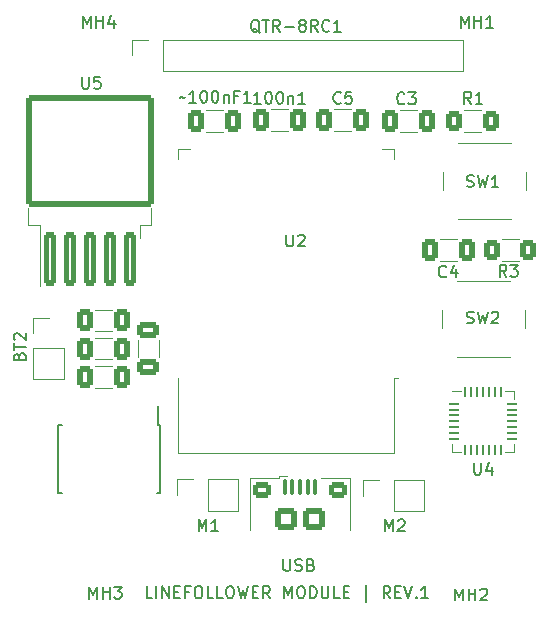
<source format=gto>
G04 #@! TF.GenerationSoftware,KiCad,Pcbnew,7.0.7*
G04 #@! TF.CreationDate,2024-07-30T23:44:58+02:00*
G04 #@! TF.ProjectId,linefollower_pcb,6c696e65-666f-46c6-9c6f-7765725f7063,rev?*
G04 #@! TF.SameCoordinates,Original*
G04 #@! TF.FileFunction,Legend,Top*
G04 #@! TF.FilePolarity,Positive*
%FSLAX46Y46*%
G04 Gerber Fmt 4.6, Leading zero omitted, Abs format (unit mm)*
G04 Created by KiCad (PCBNEW 7.0.7) date 2024-07-30 23:44:58*
%MOMM*%
%LPD*%
G01*
G04 APERTURE LIST*
G04 Aperture macros list*
%AMRoundRect*
0 Rectangle with rounded corners*
0 $1 Rounding radius*
0 $2 $3 $4 $5 $6 $7 $8 $9 X,Y pos of 4 corners*
0 Add a 4 corners polygon primitive as box body*
4,1,4,$2,$3,$4,$5,$6,$7,$8,$9,$2,$3,0*
0 Add four circle primitives for the rounded corners*
1,1,$1+$1,$2,$3*
1,1,$1+$1,$4,$5*
1,1,$1+$1,$6,$7*
1,1,$1+$1,$8,$9*
0 Add four rect primitives between the rounded corners*
20,1,$1+$1,$2,$3,$4,$5,0*
20,1,$1+$1,$4,$5,$6,$7,0*
20,1,$1+$1,$6,$7,$8,$9,0*
20,1,$1+$1,$8,$9,$2,$3,0*%
G04 Aperture macros list end*
%ADD10C,0.200000*%
%ADD11C,0.150000*%
%ADD12C,0.120000*%
%ADD13O,0.900000X1.600000*%
%ADD14RoundRect,0.250000X-0.550000X-0.450000X0.550000X-0.450000X0.550000X0.450000X-0.550000X0.450000X0*%
%ADD15RoundRect,0.250000X-0.700000X-0.700000X0.700000X-0.700000X0.700000X0.700000X-0.700000X0.700000X0*%
%ADD16RoundRect,0.100000X-0.100000X-0.575000X0.100000X-0.575000X0.100000X0.575000X-0.100000X0.575000X0*%
%ADD17R,1.700000X1.700000*%
%ADD18O,1.700000X1.700000*%
%ADD19RoundRect,0.250000X0.412500X0.650000X-0.412500X0.650000X-0.412500X-0.650000X0.412500X-0.650000X0*%
%ADD20C,0.800000*%
%ADD21C,5.400000*%
%ADD22RoundRect,0.250000X-0.650000X0.412500X-0.650000X-0.412500X0.650000X-0.412500X0.650000X0.412500X0*%
%ADD23RoundRect,0.250000X0.400000X0.625000X-0.400000X0.625000X-0.400000X-0.625000X0.400000X-0.625000X0*%
%ADD24R,0.450000X1.750000*%
%ADD25RoundRect,0.062500X-0.337500X-0.062500X0.337500X-0.062500X0.337500X0.062500X-0.337500X0.062500X0*%
%ADD26RoundRect,0.062500X-0.062500X-0.337500X0.062500X-0.337500X0.062500X0.337500X-0.062500X0.337500X0*%
%ADD27R,3.350000X3.350000*%
%ADD28R,1.500000X0.900000*%
%ADD29R,0.900000X1.500000*%
%ADD30C,0.600000*%
%ADD31R,4.200000X4.200000*%
%ADD32C,2.000000*%
%ADD33RoundRect,0.250000X-0.412500X-0.650000X0.412500X-0.650000X0.412500X0.650000X-0.412500X0.650000X0*%
%ADD34RoundRect,0.250000X0.300000X-2.050000X0.300000X2.050000X-0.300000X2.050000X-0.300000X-2.050000X0*%
%ADD35RoundRect,0.250002X5.149998X-4.449998X5.149998X4.449998X-5.149998X4.449998X-5.149998X-4.449998X0*%
G04 APERTURE END LIST*
D10*
X75045863Y-125267219D02*
X74569673Y-125267219D01*
X74569673Y-125267219D02*
X74569673Y-124267219D01*
X75379197Y-125267219D02*
X75379197Y-124267219D01*
X75855387Y-125267219D02*
X75855387Y-124267219D01*
X75855387Y-124267219D02*
X76426815Y-125267219D01*
X76426815Y-125267219D02*
X76426815Y-124267219D01*
X76903006Y-124743409D02*
X77236339Y-124743409D01*
X77379196Y-125267219D02*
X76903006Y-125267219D01*
X76903006Y-125267219D02*
X76903006Y-124267219D01*
X76903006Y-124267219D02*
X77379196Y-124267219D01*
X78141101Y-124743409D02*
X77807768Y-124743409D01*
X77807768Y-125267219D02*
X77807768Y-124267219D01*
X77807768Y-124267219D02*
X78283958Y-124267219D01*
X78855387Y-124267219D02*
X79045863Y-124267219D01*
X79045863Y-124267219D02*
X79141101Y-124314838D01*
X79141101Y-124314838D02*
X79236339Y-124410076D01*
X79236339Y-124410076D02*
X79283958Y-124600552D01*
X79283958Y-124600552D02*
X79283958Y-124933885D01*
X79283958Y-124933885D02*
X79236339Y-125124361D01*
X79236339Y-125124361D02*
X79141101Y-125219600D01*
X79141101Y-125219600D02*
X79045863Y-125267219D01*
X79045863Y-125267219D02*
X78855387Y-125267219D01*
X78855387Y-125267219D02*
X78760149Y-125219600D01*
X78760149Y-125219600D02*
X78664911Y-125124361D01*
X78664911Y-125124361D02*
X78617292Y-124933885D01*
X78617292Y-124933885D02*
X78617292Y-124600552D01*
X78617292Y-124600552D02*
X78664911Y-124410076D01*
X78664911Y-124410076D02*
X78760149Y-124314838D01*
X78760149Y-124314838D02*
X78855387Y-124267219D01*
X80188720Y-125267219D02*
X79712530Y-125267219D01*
X79712530Y-125267219D02*
X79712530Y-124267219D01*
X80998244Y-125267219D02*
X80522054Y-125267219D01*
X80522054Y-125267219D02*
X80522054Y-124267219D01*
X81522054Y-124267219D02*
X81712530Y-124267219D01*
X81712530Y-124267219D02*
X81807768Y-124314838D01*
X81807768Y-124314838D02*
X81903006Y-124410076D01*
X81903006Y-124410076D02*
X81950625Y-124600552D01*
X81950625Y-124600552D02*
X81950625Y-124933885D01*
X81950625Y-124933885D02*
X81903006Y-125124361D01*
X81903006Y-125124361D02*
X81807768Y-125219600D01*
X81807768Y-125219600D02*
X81712530Y-125267219D01*
X81712530Y-125267219D02*
X81522054Y-125267219D01*
X81522054Y-125267219D02*
X81426816Y-125219600D01*
X81426816Y-125219600D02*
X81331578Y-125124361D01*
X81331578Y-125124361D02*
X81283959Y-124933885D01*
X81283959Y-124933885D02*
X81283959Y-124600552D01*
X81283959Y-124600552D02*
X81331578Y-124410076D01*
X81331578Y-124410076D02*
X81426816Y-124314838D01*
X81426816Y-124314838D02*
X81522054Y-124267219D01*
X82283959Y-124267219D02*
X82522054Y-125267219D01*
X82522054Y-125267219D02*
X82712530Y-124552933D01*
X82712530Y-124552933D02*
X82903006Y-125267219D01*
X82903006Y-125267219D02*
X83141102Y-124267219D01*
X83522054Y-124743409D02*
X83855387Y-124743409D01*
X83998244Y-125267219D02*
X83522054Y-125267219D01*
X83522054Y-125267219D02*
X83522054Y-124267219D01*
X83522054Y-124267219D02*
X83998244Y-124267219D01*
X84998244Y-125267219D02*
X84664911Y-124791028D01*
X84426816Y-125267219D02*
X84426816Y-124267219D01*
X84426816Y-124267219D02*
X84807768Y-124267219D01*
X84807768Y-124267219D02*
X84903006Y-124314838D01*
X84903006Y-124314838D02*
X84950625Y-124362457D01*
X84950625Y-124362457D02*
X84998244Y-124457695D01*
X84998244Y-124457695D02*
X84998244Y-124600552D01*
X84998244Y-124600552D02*
X84950625Y-124695790D01*
X84950625Y-124695790D02*
X84903006Y-124743409D01*
X84903006Y-124743409D02*
X84807768Y-124791028D01*
X84807768Y-124791028D02*
X84426816Y-124791028D01*
X86188721Y-125267219D02*
X86188721Y-124267219D01*
X86188721Y-124267219D02*
X86522054Y-124981504D01*
X86522054Y-124981504D02*
X86855387Y-124267219D01*
X86855387Y-124267219D02*
X86855387Y-125267219D01*
X87522054Y-124267219D02*
X87712530Y-124267219D01*
X87712530Y-124267219D02*
X87807768Y-124314838D01*
X87807768Y-124314838D02*
X87903006Y-124410076D01*
X87903006Y-124410076D02*
X87950625Y-124600552D01*
X87950625Y-124600552D02*
X87950625Y-124933885D01*
X87950625Y-124933885D02*
X87903006Y-125124361D01*
X87903006Y-125124361D02*
X87807768Y-125219600D01*
X87807768Y-125219600D02*
X87712530Y-125267219D01*
X87712530Y-125267219D02*
X87522054Y-125267219D01*
X87522054Y-125267219D02*
X87426816Y-125219600D01*
X87426816Y-125219600D02*
X87331578Y-125124361D01*
X87331578Y-125124361D02*
X87283959Y-124933885D01*
X87283959Y-124933885D02*
X87283959Y-124600552D01*
X87283959Y-124600552D02*
X87331578Y-124410076D01*
X87331578Y-124410076D02*
X87426816Y-124314838D01*
X87426816Y-124314838D02*
X87522054Y-124267219D01*
X88379197Y-125267219D02*
X88379197Y-124267219D01*
X88379197Y-124267219D02*
X88617292Y-124267219D01*
X88617292Y-124267219D02*
X88760149Y-124314838D01*
X88760149Y-124314838D02*
X88855387Y-124410076D01*
X88855387Y-124410076D02*
X88903006Y-124505314D01*
X88903006Y-124505314D02*
X88950625Y-124695790D01*
X88950625Y-124695790D02*
X88950625Y-124838647D01*
X88950625Y-124838647D02*
X88903006Y-125029123D01*
X88903006Y-125029123D02*
X88855387Y-125124361D01*
X88855387Y-125124361D02*
X88760149Y-125219600D01*
X88760149Y-125219600D02*
X88617292Y-125267219D01*
X88617292Y-125267219D02*
X88379197Y-125267219D01*
X89379197Y-124267219D02*
X89379197Y-125076742D01*
X89379197Y-125076742D02*
X89426816Y-125171980D01*
X89426816Y-125171980D02*
X89474435Y-125219600D01*
X89474435Y-125219600D02*
X89569673Y-125267219D01*
X89569673Y-125267219D02*
X89760149Y-125267219D01*
X89760149Y-125267219D02*
X89855387Y-125219600D01*
X89855387Y-125219600D02*
X89903006Y-125171980D01*
X89903006Y-125171980D02*
X89950625Y-125076742D01*
X89950625Y-125076742D02*
X89950625Y-124267219D01*
X90903006Y-125267219D02*
X90426816Y-125267219D01*
X90426816Y-125267219D02*
X90426816Y-124267219D01*
X91236340Y-124743409D02*
X91569673Y-124743409D01*
X91712530Y-125267219D02*
X91236340Y-125267219D01*
X91236340Y-125267219D02*
X91236340Y-124267219D01*
X91236340Y-124267219D02*
X91712530Y-124267219D01*
X93141102Y-125600552D02*
X93141102Y-124171980D01*
X95188721Y-125267219D02*
X94855388Y-124791028D01*
X94617293Y-125267219D02*
X94617293Y-124267219D01*
X94617293Y-124267219D02*
X94998245Y-124267219D01*
X94998245Y-124267219D02*
X95093483Y-124314838D01*
X95093483Y-124314838D02*
X95141102Y-124362457D01*
X95141102Y-124362457D02*
X95188721Y-124457695D01*
X95188721Y-124457695D02*
X95188721Y-124600552D01*
X95188721Y-124600552D02*
X95141102Y-124695790D01*
X95141102Y-124695790D02*
X95093483Y-124743409D01*
X95093483Y-124743409D02*
X94998245Y-124791028D01*
X94998245Y-124791028D02*
X94617293Y-124791028D01*
X95617293Y-124743409D02*
X95950626Y-124743409D01*
X96093483Y-125267219D02*
X95617293Y-125267219D01*
X95617293Y-125267219D02*
X95617293Y-124267219D01*
X95617293Y-124267219D02*
X96093483Y-124267219D01*
X96379198Y-124267219D02*
X96712531Y-125267219D01*
X96712531Y-125267219D02*
X97045864Y-124267219D01*
X97379198Y-125171980D02*
X97426817Y-125219600D01*
X97426817Y-125219600D02*
X97379198Y-125267219D01*
X97379198Y-125267219D02*
X97331579Y-125219600D01*
X97331579Y-125219600D02*
X97379198Y-125171980D01*
X97379198Y-125171980D02*
X97379198Y-125267219D01*
X98379197Y-125267219D02*
X97807769Y-125267219D01*
X98093483Y-125267219D02*
X98093483Y-124267219D01*
X98093483Y-124267219D02*
X97998245Y-124410076D01*
X97998245Y-124410076D02*
X97903007Y-124505314D01*
X97903007Y-124505314D02*
X97807769Y-124552933D01*
D11*
X86138095Y-121954819D02*
X86138095Y-122764342D01*
X86138095Y-122764342D02*
X86185714Y-122859580D01*
X86185714Y-122859580D02*
X86233333Y-122907200D01*
X86233333Y-122907200D02*
X86328571Y-122954819D01*
X86328571Y-122954819D02*
X86519047Y-122954819D01*
X86519047Y-122954819D02*
X86614285Y-122907200D01*
X86614285Y-122907200D02*
X86661904Y-122859580D01*
X86661904Y-122859580D02*
X86709523Y-122764342D01*
X86709523Y-122764342D02*
X86709523Y-121954819D01*
X87138095Y-122907200D02*
X87280952Y-122954819D01*
X87280952Y-122954819D02*
X87519047Y-122954819D01*
X87519047Y-122954819D02*
X87614285Y-122907200D01*
X87614285Y-122907200D02*
X87661904Y-122859580D01*
X87661904Y-122859580D02*
X87709523Y-122764342D01*
X87709523Y-122764342D02*
X87709523Y-122669104D01*
X87709523Y-122669104D02*
X87661904Y-122573866D01*
X87661904Y-122573866D02*
X87614285Y-122526247D01*
X87614285Y-122526247D02*
X87519047Y-122478628D01*
X87519047Y-122478628D02*
X87328571Y-122431009D01*
X87328571Y-122431009D02*
X87233333Y-122383390D01*
X87233333Y-122383390D02*
X87185714Y-122335771D01*
X87185714Y-122335771D02*
X87138095Y-122240533D01*
X87138095Y-122240533D02*
X87138095Y-122145295D01*
X87138095Y-122145295D02*
X87185714Y-122050057D01*
X87185714Y-122050057D02*
X87233333Y-122002438D01*
X87233333Y-122002438D02*
X87328571Y-121954819D01*
X87328571Y-121954819D02*
X87566666Y-121954819D01*
X87566666Y-121954819D02*
X87709523Y-122002438D01*
X88471428Y-122431009D02*
X88614285Y-122478628D01*
X88614285Y-122478628D02*
X88661904Y-122526247D01*
X88661904Y-122526247D02*
X88709523Y-122621485D01*
X88709523Y-122621485D02*
X88709523Y-122764342D01*
X88709523Y-122764342D02*
X88661904Y-122859580D01*
X88661904Y-122859580D02*
X88614285Y-122907200D01*
X88614285Y-122907200D02*
X88519047Y-122954819D01*
X88519047Y-122954819D02*
X88138095Y-122954819D01*
X88138095Y-122954819D02*
X88138095Y-121954819D01*
X88138095Y-121954819D02*
X88471428Y-121954819D01*
X88471428Y-121954819D02*
X88566666Y-122002438D01*
X88566666Y-122002438D02*
X88614285Y-122050057D01*
X88614285Y-122050057D02*
X88661904Y-122145295D01*
X88661904Y-122145295D02*
X88661904Y-122240533D01*
X88661904Y-122240533D02*
X88614285Y-122335771D01*
X88614285Y-122335771D02*
X88566666Y-122383390D01*
X88566666Y-122383390D02*
X88471428Y-122431009D01*
X88471428Y-122431009D02*
X88138095Y-122431009D01*
X94740476Y-119604819D02*
X94740476Y-118604819D01*
X94740476Y-118604819D02*
X95073809Y-119319104D01*
X95073809Y-119319104D02*
X95407142Y-118604819D01*
X95407142Y-118604819D02*
X95407142Y-119604819D01*
X95835714Y-118700057D02*
X95883333Y-118652438D01*
X95883333Y-118652438D02*
X95978571Y-118604819D01*
X95978571Y-118604819D02*
X96216666Y-118604819D01*
X96216666Y-118604819D02*
X96311904Y-118652438D01*
X96311904Y-118652438D02*
X96359523Y-118700057D01*
X96359523Y-118700057D02*
X96407142Y-118795295D01*
X96407142Y-118795295D02*
X96407142Y-118890533D01*
X96407142Y-118890533D02*
X96359523Y-119033390D01*
X96359523Y-119033390D02*
X95788095Y-119604819D01*
X95788095Y-119604819D02*
X96407142Y-119604819D01*
X78950476Y-119579819D02*
X78950476Y-118579819D01*
X78950476Y-118579819D02*
X79283809Y-119294104D01*
X79283809Y-119294104D02*
X79617142Y-118579819D01*
X79617142Y-118579819D02*
X79617142Y-119579819D01*
X80617142Y-119579819D02*
X80045714Y-119579819D01*
X80331428Y-119579819D02*
X80331428Y-118579819D01*
X80331428Y-118579819D02*
X80236190Y-118722676D01*
X80236190Y-118722676D02*
X80140952Y-118817914D01*
X80140952Y-118817914D02*
X80045714Y-118865533D01*
X84128571Y-77400057D02*
X84033333Y-77352438D01*
X84033333Y-77352438D02*
X83938095Y-77257200D01*
X83938095Y-77257200D02*
X83795238Y-77114342D01*
X83795238Y-77114342D02*
X83700000Y-77066723D01*
X83700000Y-77066723D02*
X83604762Y-77066723D01*
X83652381Y-77304819D02*
X83557143Y-77257200D01*
X83557143Y-77257200D02*
X83461905Y-77161961D01*
X83461905Y-77161961D02*
X83414286Y-76971485D01*
X83414286Y-76971485D02*
X83414286Y-76638152D01*
X83414286Y-76638152D02*
X83461905Y-76447676D01*
X83461905Y-76447676D02*
X83557143Y-76352438D01*
X83557143Y-76352438D02*
X83652381Y-76304819D01*
X83652381Y-76304819D02*
X83842857Y-76304819D01*
X83842857Y-76304819D02*
X83938095Y-76352438D01*
X83938095Y-76352438D02*
X84033333Y-76447676D01*
X84033333Y-76447676D02*
X84080952Y-76638152D01*
X84080952Y-76638152D02*
X84080952Y-76971485D01*
X84080952Y-76971485D02*
X84033333Y-77161961D01*
X84033333Y-77161961D02*
X83938095Y-77257200D01*
X83938095Y-77257200D02*
X83842857Y-77304819D01*
X83842857Y-77304819D02*
X83652381Y-77304819D01*
X84366667Y-76304819D02*
X84938095Y-76304819D01*
X84652381Y-77304819D02*
X84652381Y-76304819D01*
X85842857Y-77304819D02*
X85509524Y-76828628D01*
X85271429Y-77304819D02*
X85271429Y-76304819D01*
X85271429Y-76304819D02*
X85652381Y-76304819D01*
X85652381Y-76304819D02*
X85747619Y-76352438D01*
X85747619Y-76352438D02*
X85795238Y-76400057D01*
X85795238Y-76400057D02*
X85842857Y-76495295D01*
X85842857Y-76495295D02*
X85842857Y-76638152D01*
X85842857Y-76638152D02*
X85795238Y-76733390D01*
X85795238Y-76733390D02*
X85747619Y-76781009D01*
X85747619Y-76781009D02*
X85652381Y-76828628D01*
X85652381Y-76828628D02*
X85271429Y-76828628D01*
X86271429Y-76923866D02*
X87033334Y-76923866D01*
X87652381Y-76733390D02*
X87557143Y-76685771D01*
X87557143Y-76685771D02*
X87509524Y-76638152D01*
X87509524Y-76638152D02*
X87461905Y-76542914D01*
X87461905Y-76542914D02*
X87461905Y-76495295D01*
X87461905Y-76495295D02*
X87509524Y-76400057D01*
X87509524Y-76400057D02*
X87557143Y-76352438D01*
X87557143Y-76352438D02*
X87652381Y-76304819D01*
X87652381Y-76304819D02*
X87842857Y-76304819D01*
X87842857Y-76304819D02*
X87938095Y-76352438D01*
X87938095Y-76352438D02*
X87985714Y-76400057D01*
X87985714Y-76400057D02*
X88033333Y-76495295D01*
X88033333Y-76495295D02*
X88033333Y-76542914D01*
X88033333Y-76542914D02*
X87985714Y-76638152D01*
X87985714Y-76638152D02*
X87938095Y-76685771D01*
X87938095Y-76685771D02*
X87842857Y-76733390D01*
X87842857Y-76733390D02*
X87652381Y-76733390D01*
X87652381Y-76733390D02*
X87557143Y-76781009D01*
X87557143Y-76781009D02*
X87509524Y-76828628D01*
X87509524Y-76828628D02*
X87461905Y-76923866D01*
X87461905Y-76923866D02*
X87461905Y-77114342D01*
X87461905Y-77114342D02*
X87509524Y-77209580D01*
X87509524Y-77209580D02*
X87557143Y-77257200D01*
X87557143Y-77257200D02*
X87652381Y-77304819D01*
X87652381Y-77304819D02*
X87842857Y-77304819D01*
X87842857Y-77304819D02*
X87938095Y-77257200D01*
X87938095Y-77257200D02*
X87985714Y-77209580D01*
X87985714Y-77209580D02*
X88033333Y-77114342D01*
X88033333Y-77114342D02*
X88033333Y-76923866D01*
X88033333Y-76923866D02*
X87985714Y-76828628D01*
X87985714Y-76828628D02*
X87938095Y-76781009D01*
X87938095Y-76781009D02*
X87842857Y-76733390D01*
X89033333Y-77304819D02*
X88700000Y-76828628D01*
X88461905Y-77304819D02*
X88461905Y-76304819D01*
X88461905Y-76304819D02*
X88842857Y-76304819D01*
X88842857Y-76304819D02*
X88938095Y-76352438D01*
X88938095Y-76352438D02*
X88985714Y-76400057D01*
X88985714Y-76400057D02*
X89033333Y-76495295D01*
X89033333Y-76495295D02*
X89033333Y-76638152D01*
X89033333Y-76638152D02*
X88985714Y-76733390D01*
X88985714Y-76733390D02*
X88938095Y-76781009D01*
X88938095Y-76781009D02*
X88842857Y-76828628D01*
X88842857Y-76828628D02*
X88461905Y-76828628D01*
X90033333Y-77209580D02*
X89985714Y-77257200D01*
X89985714Y-77257200D02*
X89842857Y-77304819D01*
X89842857Y-77304819D02*
X89747619Y-77304819D01*
X89747619Y-77304819D02*
X89604762Y-77257200D01*
X89604762Y-77257200D02*
X89509524Y-77161961D01*
X89509524Y-77161961D02*
X89461905Y-77066723D01*
X89461905Y-77066723D02*
X89414286Y-76876247D01*
X89414286Y-76876247D02*
X89414286Y-76733390D01*
X89414286Y-76733390D02*
X89461905Y-76542914D01*
X89461905Y-76542914D02*
X89509524Y-76447676D01*
X89509524Y-76447676D02*
X89604762Y-76352438D01*
X89604762Y-76352438D02*
X89747619Y-76304819D01*
X89747619Y-76304819D02*
X89842857Y-76304819D01*
X89842857Y-76304819D02*
X89985714Y-76352438D01*
X89985714Y-76352438D02*
X90033333Y-76400057D01*
X90985714Y-77304819D02*
X90414286Y-77304819D01*
X90700000Y-77304819D02*
X90700000Y-76304819D01*
X90700000Y-76304819D02*
X90604762Y-76447676D01*
X90604762Y-76447676D02*
X90509524Y-76542914D01*
X90509524Y-76542914D02*
X90414286Y-76590533D01*
X69166667Y-76954819D02*
X69166667Y-75954819D01*
X69166667Y-75954819D02*
X69500000Y-76669104D01*
X69500000Y-76669104D02*
X69833333Y-75954819D01*
X69833333Y-75954819D02*
X69833333Y-76954819D01*
X70309524Y-76954819D02*
X70309524Y-75954819D01*
X70309524Y-76431009D02*
X70880952Y-76431009D01*
X70880952Y-76954819D02*
X70880952Y-75954819D01*
X71785714Y-76288152D02*
X71785714Y-76954819D01*
X71547619Y-75907200D02*
X71309524Y-76621485D01*
X71309524Y-76621485D02*
X71928571Y-76621485D01*
X102033333Y-83404819D02*
X101700000Y-82928628D01*
X101461905Y-83404819D02*
X101461905Y-82404819D01*
X101461905Y-82404819D02*
X101842857Y-82404819D01*
X101842857Y-82404819D02*
X101938095Y-82452438D01*
X101938095Y-82452438D02*
X101985714Y-82500057D01*
X101985714Y-82500057D02*
X102033333Y-82595295D01*
X102033333Y-82595295D02*
X102033333Y-82738152D01*
X102033333Y-82738152D02*
X101985714Y-82833390D01*
X101985714Y-82833390D02*
X101938095Y-82881009D01*
X101938095Y-82881009D02*
X101842857Y-82928628D01*
X101842857Y-82928628D02*
X101461905Y-82928628D01*
X102985714Y-83404819D02*
X102414286Y-83404819D01*
X102700000Y-83404819D02*
X102700000Y-82404819D01*
X102700000Y-82404819D02*
X102604762Y-82547676D01*
X102604762Y-82547676D02*
X102509524Y-82642914D01*
X102509524Y-82642914D02*
X102414286Y-82690533D01*
X102288095Y-113804819D02*
X102288095Y-114614342D01*
X102288095Y-114614342D02*
X102335714Y-114709580D01*
X102335714Y-114709580D02*
X102383333Y-114757200D01*
X102383333Y-114757200D02*
X102478571Y-114804819D01*
X102478571Y-114804819D02*
X102669047Y-114804819D01*
X102669047Y-114804819D02*
X102764285Y-114757200D01*
X102764285Y-114757200D02*
X102811904Y-114709580D01*
X102811904Y-114709580D02*
X102859523Y-114614342D01*
X102859523Y-114614342D02*
X102859523Y-113804819D01*
X103764285Y-114138152D02*
X103764285Y-114804819D01*
X103526190Y-113757200D02*
X103288095Y-114471485D01*
X103288095Y-114471485D02*
X103907142Y-114471485D01*
X86388095Y-94484819D02*
X86388095Y-95294342D01*
X86388095Y-95294342D02*
X86435714Y-95389580D01*
X86435714Y-95389580D02*
X86483333Y-95437200D01*
X86483333Y-95437200D02*
X86578571Y-95484819D01*
X86578571Y-95484819D02*
X86769047Y-95484819D01*
X86769047Y-95484819D02*
X86864285Y-95437200D01*
X86864285Y-95437200D02*
X86911904Y-95389580D01*
X86911904Y-95389580D02*
X86959523Y-95294342D01*
X86959523Y-95294342D02*
X86959523Y-94484819D01*
X87388095Y-94580057D02*
X87435714Y-94532438D01*
X87435714Y-94532438D02*
X87530952Y-94484819D01*
X87530952Y-94484819D02*
X87769047Y-94484819D01*
X87769047Y-94484819D02*
X87864285Y-94532438D01*
X87864285Y-94532438D02*
X87911904Y-94580057D01*
X87911904Y-94580057D02*
X87959523Y-94675295D01*
X87959523Y-94675295D02*
X87959523Y-94770533D01*
X87959523Y-94770533D02*
X87911904Y-94913390D01*
X87911904Y-94913390D02*
X87340476Y-95484819D01*
X87340476Y-95484819D02*
X87959523Y-95484819D01*
X101666667Y-101957200D02*
X101809524Y-102004819D01*
X101809524Y-102004819D02*
X102047619Y-102004819D01*
X102047619Y-102004819D02*
X102142857Y-101957200D01*
X102142857Y-101957200D02*
X102190476Y-101909580D01*
X102190476Y-101909580D02*
X102238095Y-101814342D01*
X102238095Y-101814342D02*
X102238095Y-101719104D01*
X102238095Y-101719104D02*
X102190476Y-101623866D01*
X102190476Y-101623866D02*
X102142857Y-101576247D01*
X102142857Y-101576247D02*
X102047619Y-101528628D01*
X102047619Y-101528628D02*
X101857143Y-101481009D01*
X101857143Y-101481009D02*
X101761905Y-101433390D01*
X101761905Y-101433390D02*
X101714286Y-101385771D01*
X101714286Y-101385771D02*
X101666667Y-101290533D01*
X101666667Y-101290533D02*
X101666667Y-101195295D01*
X101666667Y-101195295D02*
X101714286Y-101100057D01*
X101714286Y-101100057D02*
X101761905Y-101052438D01*
X101761905Y-101052438D02*
X101857143Y-101004819D01*
X101857143Y-101004819D02*
X102095238Y-101004819D01*
X102095238Y-101004819D02*
X102238095Y-101052438D01*
X102571429Y-101004819D02*
X102809524Y-102004819D01*
X102809524Y-102004819D02*
X103000000Y-101290533D01*
X103000000Y-101290533D02*
X103190476Y-102004819D01*
X103190476Y-102004819D02*
X103428572Y-101004819D01*
X103761905Y-101100057D02*
X103809524Y-101052438D01*
X103809524Y-101052438D02*
X103904762Y-101004819D01*
X103904762Y-101004819D02*
X104142857Y-101004819D01*
X104142857Y-101004819D02*
X104238095Y-101052438D01*
X104238095Y-101052438D02*
X104285714Y-101100057D01*
X104285714Y-101100057D02*
X104333333Y-101195295D01*
X104333333Y-101195295D02*
X104333333Y-101290533D01*
X104333333Y-101290533D02*
X104285714Y-101433390D01*
X104285714Y-101433390D02*
X103714286Y-102004819D01*
X103714286Y-102004819D02*
X104333333Y-102004819D01*
X77352381Y-82923866D02*
X77400000Y-82876247D01*
X77400000Y-82876247D02*
X77495238Y-82828628D01*
X77495238Y-82828628D02*
X77685714Y-82923866D01*
X77685714Y-82923866D02*
X77780952Y-82876247D01*
X77780952Y-82876247D02*
X77828571Y-82828628D01*
X78733333Y-83304819D02*
X78161905Y-83304819D01*
X78447619Y-83304819D02*
X78447619Y-82304819D01*
X78447619Y-82304819D02*
X78352381Y-82447676D01*
X78352381Y-82447676D02*
X78257143Y-82542914D01*
X78257143Y-82542914D02*
X78161905Y-82590533D01*
X79352381Y-82304819D02*
X79447619Y-82304819D01*
X79447619Y-82304819D02*
X79542857Y-82352438D01*
X79542857Y-82352438D02*
X79590476Y-82400057D01*
X79590476Y-82400057D02*
X79638095Y-82495295D01*
X79638095Y-82495295D02*
X79685714Y-82685771D01*
X79685714Y-82685771D02*
X79685714Y-82923866D01*
X79685714Y-82923866D02*
X79638095Y-83114342D01*
X79638095Y-83114342D02*
X79590476Y-83209580D01*
X79590476Y-83209580D02*
X79542857Y-83257200D01*
X79542857Y-83257200D02*
X79447619Y-83304819D01*
X79447619Y-83304819D02*
X79352381Y-83304819D01*
X79352381Y-83304819D02*
X79257143Y-83257200D01*
X79257143Y-83257200D02*
X79209524Y-83209580D01*
X79209524Y-83209580D02*
X79161905Y-83114342D01*
X79161905Y-83114342D02*
X79114286Y-82923866D01*
X79114286Y-82923866D02*
X79114286Y-82685771D01*
X79114286Y-82685771D02*
X79161905Y-82495295D01*
X79161905Y-82495295D02*
X79209524Y-82400057D01*
X79209524Y-82400057D02*
X79257143Y-82352438D01*
X79257143Y-82352438D02*
X79352381Y-82304819D01*
X80304762Y-82304819D02*
X80400000Y-82304819D01*
X80400000Y-82304819D02*
X80495238Y-82352438D01*
X80495238Y-82352438D02*
X80542857Y-82400057D01*
X80542857Y-82400057D02*
X80590476Y-82495295D01*
X80590476Y-82495295D02*
X80638095Y-82685771D01*
X80638095Y-82685771D02*
X80638095Y-82923866D01*
X80638095Y-82923866D02*
X80590476Y-83114342D01*
X80590476Y-83114342D02*
X80542857Y-83209580D01*
X80542857Y-83209580D02*
X80495238Y-83257200D01*
X80495238Y-83257200D02*
X80400000Y-83304819D01*
X80400000Y-83304819D02*
X80304762Y-83304819D01*
X80304762Y-83304819D02*
X80209524Y-83257200D01*
X80209524Y-83257200D02*
X80161905Y-83209580D01*
X80161905Y-83209580D02*
X80114286Y-83114342D01*
X80114286Y-83114342D02*
X80066667Y-82923866D01*
X80066667Y-82923866D02*
X80066667Y-82685771D01*
X80066667Y-82685771D02*
X80114286Y-82495295D01*
X80114286Y-82495295D02*
X80161905Y-82400057D01*
X80161905Y-82400057D02*
X80209524Y-82352438D01*
X80209524Y-82352438D02*
X80304762Y-82304819D01*
X81066667Y-82638152D02*
X81066667Y-83304819D01*
X81066667Y-82733390D02*
X81114286Y-82685771D01*
X81114286Y-82685771D02*
X81209524Y-82638152D01*
X81209524Y-82638152D02*
X81352381Y-82638152D01*
X81352381Y-82638152D02*
X81447619Y-82685771D01*
X81447619Y-82685771D02*
X81495238Y-82781009D01*
X81495238Y-82781009D02*
X81495238Y-83304819D01*
X82304762Y-82781009D02*
X81971429Y-82781009D01*
X81971429Y-83304819D02*
X81971429Y-82304819D01*
X81971429Y-82304819D02*
X82447619Y-82304819D01*
X83352381Y-83304819D02*
X82780953Y-83304819D01*
X83066667Y-83304819D02*
X83066667Y-82304819D01*
X83066667Y-82304819D02*
X82971429Y-82447676D01*
X82971429Y-82447676D02*
X82876191Y-82542914D01*
X82876191Y-82542914D02*
X82780953Y-82590533D01*
X90995833Y-83309580D02*
X90948214Y-83357200D01*
X90948214Y-83357200D02*
X90805357Y-83404819D01*
X90805357Y-83404819D02*
X90710119Y-83404819D01*
X90710119Y-83404819D02*
X90567262Y-83357200D01*
X90567262Y-83357200D02*
X90472024Y-83261961D01*
X90472024Y-83261961D02*
X90424405Y-83166723D01*
X90424405Y-83166723D02*
X90376786Y-82976247D01*
X90376786Y-82976247D02*
X90376786Y-82833390D01*
X90376786Y-82833390D02*
X90424405Y-82642914D01*
X90424405Y-82642914D02*
X90472024Y-82547676D01*
X90472024Y-82547676D02*
X90567262Y-82452438D01*
X90567262Y-82452438D02*
X90710119Y-82404819D01*
X90710119Y-82404819D02*
X90805357Y-82404819D01*
X90805357Y-82404819D02*
X90948214Y-82452438D01*
X90948214Y-82452438D02*
X90995833Y-82500057D01*
X91900595Y-82404819D02*
X91424405Y-82404819D01*
X91424405Y-82404819D02*
X91376786Y-82881009D01*
X91376786Y-82881009D02*
X91424405Y-82833390D01*
X91424405Y-82833390D02*
X91519643Y-82785771D01*
X91519643Y-82785771D02*
X91757738Y-82785771D01*
X91757738Y-82785771D02*
X91852976Y-82833390D01*
X91852976Y-82833390D02*
X91900595Y-82881009D01*
X91900595Y-82881009D02*
X91948214Y-82976247D01*
X91948214Y-82976247D02*
X91948214Y-83214342D01*
X91948214Y-83214342D02*
X91900595Y-83309580D01*
X91900595Y-83309580D02*
X91852976Y-83357200D01*
X91852976Y-83357200D02*
X91757738Y-83404819D01*
X91757738Y-83404819D02*
X91519643Y-83404819D01*
X91519643Y-83404819D02*
X91424405Y-83357200D01*
X91424405Y-83357200D02*
X91376786Y-83309580D01*
X69088095Y-81129819D02*
X69088095Y-81939342D01*
X69088095Y-81939342D02*
X69135714Y-82034580D01*
X69135714Y-82034580D02*
X69183333Y-82082200D01*
X69183333Y-82082200D02*
X69278571Y-82129819D01*
X69278571Y-82129819D02*
X69469047Y-82129819D01*
X69469047Y-82129819D02*
X69564285Y-82082200D01*
X69564285Y-82082200D02*
X69611904Y-82034580D01*
X69611904Y-82034580D02*
X69659523Y-81939342D01*
X69659523Y-81939342D02*
X69659523Y-81129819D01*
X70611904Y-81129819D02*
X70135714Y-81129819D01*
X70135714Y-81129819D02*
X70088095Y-81606009D01*
X70088095Y-81606009D02*
X70135714Y-81558390D01*
X70135714Y-81558390D02*
X70230952Y-81510771D01*
X70230952Y-81510771D02*
X70469047Y-81510771D01*
X70469047Y-81510771D02*
X70564285Y-81558390D01*
X70564285Y-81558390D02*
X70611904Y-81606009D01*
X70611904Y-81606009D02*
X70659523Y-81701247D01*
X70659523Y-81701247D02*
X70659523Y-81939342D01*
X70659523Y-81939342D02*
X70611904Y-82034580D01*
X70611904Y-82034580D02*
X70564285Y-82082200D01*
X70564285Y-82082200D02*
X70469047Y-82129819D01*
X70469047Y-82129819D02*
X70230952Y-82129819D01*
X70230952Y-82129819D02*
X70135714Y-82082200D01*
X70135714Y-82082200D02*
X70088095Y-82034580D01*
X101166667Y-76954819D02*
X101166667Y-75954819D01*
X101166667Y-75954819D02*
X101500000Y-76669104D01*
X101500000Y-76669104D02*
X101833333Y-75954819D01*
X101833333Y-75954819D02*
X101833333Y-76954819D01*
X102309524Y-76954819D02*
X102309524Y-75954819D01*
X102309524Y-76431009D02*
X102880952Y-76431009D01*
X102880952Y-76954819D02*
X102880952Y-75954819D01*
X103880952Y-76954819D02*
X103309524Y-76954819D01*
X103595238Y-76954819D02*
X103595238Y-75954819D01*
X103595238Y-75954819D02*
X103500000Y-76097676D01*
X103500000Y-76097676D02*
X103404762Y-76192914D01*
X103404762Y-76192914D02*
X103309524Y-76240533D01*
X100666667Y-125454819D02*
X100666667Y-124454819D01*
X100666667Y-124454819D02*
X101000000Y-125169104D01*
X101000000Y-125169104D02*
X101333333Y-124454819D01*
X101333333Y-124454819D02*
X101333333Y-125454819D01*
X101809524Y-125454819D02*
X101809524Y-124454819D01*
X101809524Y-124931009D02*
X102380952Y-124931009D01*
X102380952Y-125454819D02*
X102380952Y-124454819D01*
X102809524Y-124550057D02*
X102857143Y-124502438D01*
X102857143Y-124502438D02*
X102952381Y-124454819D01*
X102952381Y-124454819D02*
X103190476Y-124454819D01*
X103190476Y-124454819D02*
X103285714Y-124502438D01*
X103285714Y-124502438D02*
X103333333Y-124550057D01*
X103333333Y-124550057D02*
X103380952Y-124645295D01*
X103380952Y-124645295D02*
X103380952Y-124740533D01*
X103380952Y-124740533D02*
X103333333Y-124883390D01*
X103333333Y-124883390D02*
X102761905Y-125454819D01*
X102761905Y-125454819D02*
X103380952Y-125454819D01*
X84217261Y-83404819D02*
X83645833Y-83404819D01*
X83931547Y-83404819D02*
X83931547Y-82404819D01*
X83931547Y-82404819D02*
X83836309Y-82547676D01*
X83836309Y-82547676D02*
X83741071Y-82642914D01*
X83741071Y-82642914D02*
X83645833Y-82690533D01*
X84836309Y-82404819D02*
X84931547Y-82404819D01*
X84931547Y-82404819D02*
X85026785Y-82452438D01*
X85026785Y-82452438D02*
X85074404Y-82500057D01*
X85074404Y-82500057D02*
X85122023Y-82595295D01*
X85122023Y-82595295D02*
X85169642Y-82785771D01*
X85169642Y-82785771D02*
X85169642Y-83023866D01*
X85169642Y-83023866D02*
X85122023Y-83214342D01*
X85122023Y-83214342D02*
X85074404Y-83309580D01*
X85074404Y-83309580D02*
X85026785Y-83357200D01*
X85026785Y-83357200D02*
X84931547Y-83404819D01*
X84931547Y-83404819D02*
X84836309Y-83404819D01*
X84836309Y-83404819D02*
X84741071Y-83357200D01*
X84741071Y-83357200D02*
X84693452Y-83309580D01*
X84693452Y-83309580D02*
X84645833Y-83214342D01*
X84645833Y-83214342D02*
X84598214Y-83023866D01*
X84598214Y-83023866D02*
X84598214Y-82785771D01*
X84598214Y-82785771D02*
X84645833Y-82595295D01*
X84645833Y-82595295D02*
X84693452Y-82500057D01*
X84693452Y-82500057D02*
X84741071Y-82452438D01*
X84741071Y-82452438D02*
X84836309Y-82404819D01*
X85788690Y-82404819D02*
X85883928Y-82404819D01*
X85883928Y-82404819D02*
X85979166Y-82452438D01*
X85979166Y-82452438D02*
X86026785Y-82500057D01*
X86026785Y-82500057D02*
X86074404Y-82595295D01*
X86074404Y-82595295D02*
X86122023Y-82785771D01*
X86122023Y-82785771D02*
X86122023Y-83023866D01*
X86122023Y-83023866D02*
X86074404Y-83214342D01*
X86074404Y-83214342D02*
X86026785Y-83309580D01*
X86026785Y-83309580D02*
X85979166Y-83357200D01*
X85979166Y-83357200D02*
X85883928Y-83404819D01*
X85883928Y-83404819D02*
X85788690Y-83404819D01*
X85788690Y-83404819D02*
X85693452Y-83357200D01*
X85693452Y-83357200D02*
X85645833Y-83309580D01*
X85645833Y-83309580D02*
X85598214Y-83214342D01*
X85598214Y-83214342D02*
X85550595Y-83023866D01*
X85550595Y-83023866D02*
X85550595Y-82785771D01*
X85550595Y-82785771D02*
X85598214Y-82595295D01*
X85598214Y-82595295D02*
X85645833Y-82500057D01*
X85645833Y-82500057D02*
X85693452Y-82452438D01*
X85693452Y-82452438D02*
X85788690Y-82404819D01*
X86550595Y-82738152D02*
X86550595Y-83404819D01*
X86550595Y-82833390D02*
X86598214Y-82785771D01*
X86598214Y-82785771D02*
X86693452Y-82738152D01*
X86693452Y-82738152D02*
X86836309Y-82738152D01*
X86836309Y-82738152D02*
X86931547Y-82785771D01*
X86931547Y-82785771D02*
X86979166Y-82881009D01*
X86979166Y-82881009D02*
X86979166Y-83404819D01*
X87979166Y-83404819D02*
X87407738Y-83404819D01*
X87693452Y-83404819D02*
X87693452Y-82404819D01*
X87693452Y-82404819D02*
X87598214Y-82547676D01*
X87598214Y-82547676D02*
X87502976Y-82642914D01*
X87502976Y-82642914D02*
X87407738Y-82690533D01*
X101666667Y-90407200D02*
X101809524Y-90454819D01*
X101809524Y-90454819D02*
X102047619Y-90454819D01*
X102047619Y-90454819D02*
X102142857Y-90407200D01*
X102142857Y-90407200D02*
X102190476Y-90359580D01*
X102190476Y-90359580D02*
X102238095Y-90264342D01*
X102238095Y-90264342D02*
X102238095Y-90169104D01*
X102238095Y-90169104D02*
X102190476Y-90073866D01*
X102190476Y-90073866D02*
X102142857Y-90026247D01*
X102142857Y-90026247D02*
X102047619Y-89978628D01*
X102047619Y-89978628D02*
X101857143Y-89931009D01*
X101857143Y-89931009D02*
X101761905Y-89883390D01*
X101761905Y-89883390D02*
X101714286Y-89835771D01*
X101714286Y-89835771D02*
X101666667Y-89740533D01*
X101666667Y-89740533D02*
X101666667Y-89645295D01*
X101666667Y-89645295D02*
X101714286Y-89550057D01*
X101714286Y-89550057D02*
X101761905Y-89502438D01*
X101761905Y-89502438D02*
X101857143Y-89454819D01*
X101857143Y-89454819D02*
X102095238Y-89454819D01*
X102095238Y-89454819D02*
X102238095Y-89502438D01*
X102571429Y-89454819D02*
X102809524Y-90454819D01*
X102809524Y-90454819D02*
X103000000Y-89740533D01*
X103000000Y-89740533D02*
X103190476Y-90454819D01*
X103190476Y-90454819D02*
X103428572Y-89454819D01*
X104333333Y-90454819D02*
X103761905Y-90454819D01*
X104047619Y-90454819D02*
X104047619Y-89454819D01*
X104047619Y-89454819D02*
X103952381Y-89597676D01*
X103952381Y-89597676D02*
X103857143Y-89692914D01*
X103857143Y-89692914D02*
X103761905Y-89740533D01*
X69716667Y-125304819D02*
X69716667Y-124304819D01*
X69716667Y-124304819D02*
X70050000Y-125019104D01*
X70050000Y-125019104D02*
X70383333Y-124304819D01*
X70383333Y-124304819D02*
X70383333Y-125304819D01*
X70859524Y-125304819D02*
X70859524Y-124304819D01*
X70859524Y-124781009D02*
X71430952Y-124781009D01*
X71430952Y-125304819D02*
X71430952Y-124304819D01*
X71811905Y-124304819D02*
X72430952Y-124304819D01*
X72430952Y-124304819D02*
X72097619Y-124685771D01*
X72097619Y-124685771D02*
X72240476Y-124685771D01*
X72240476Y-124685771D02*
X72335714Y-124733390D01*
X72335714Y-124733390D02*
X72383333Y-124781009D01*
X72383333Y-124781009D02*
X72430952Y-124876247D01*
X72430952Y-124876247D02*
X72430952Y-125114342D01*
X72430952Y-125114342D02*
X72383333Y-125209580D01*
X72383333Y-125209580D02*
X72335714Y-125257200D01*
X72335714Y-125257200D02*
X72240476Y-125304819D01*
X72240476Y-125304819D02*
X71954762Y-125304819D01*
X71954762Y-125304819D02*
X71859524Y-125257200D01*
X71859524Y-125257200D02*
X71811905Y-125209580D01*
X63781009Y-104785714D02*
X63828628Y-104642857D01*
X63828628Y-104642857D02*
X63876247Y-104595238D01*
X63876247Y-104595238D02*
X63971485Y-104547619D01*
X63971485Y-104547619D02*
X64114342Y-104547619D01*
X64114342Y-104547619D02*
X64209580Y-104595238D01*
X64209580Y-104595238D02*
X64257200Y-104642857D01*
X64257200Y-104642857D02*
X64304819Y-104738095D01*
X64304819Y-104738095D02*
X64304819Y-105119047D01*
X64304819Y-105119047D02*
X63304819Y-105119047D01*
X63304819Y-105119047D02*
X63304819Y-104785714D01*
X63304819Y-104785714D02*
X63352438Y-104690476D01*
X63352438Y-104690476D02*
X63400057Y-104642857D01*
X63400057Y-104642857D02*
X63495295Y-104595238D01*
X63495295Y-104595238D02*
X63590533Y-104595238D01*
X63590533Y-104595238D02*
X63685771Y-104642857D01*
X63685771Y-104642857D02*
X63733390Y-104690476D01*
X63733390Y-104690476D02*
X63781009Y-104785714D01*
X63781009Y-104785714D02*
X63781009Y-105119047D01*
X63304819Y-104261904D02*
X63304819Y-103690476D01*
X64304819Y-103976190D02*
X63304819Y-103976190D01*
X63400057Y-103404761D02*
X63352438Y-103357142D01*
X63352438Y-103357142D02*
X63304819Y-103261904D01*
X63304819Y-103261904D02*
X63304819Y-103023809D01*
X63304819Y-103023809D02*
X63352438Y-102928571D01*
X63352438Y-102928571D02*
X63400057Y-102880952D01*
X63400057Y-102880952D02*
X63495295Y-102833333D01*
X63495295Y-102833333D02*
X63590533Y-102833333D01*
X63590533Y-102833333D02*
X63733390Y-102880952D01*
X63733390Y-102880952D02*
X64304819Y-103452380D01*
X64304819Y-103452380D02*
X64304819Y-102833333D01*
X99920833Y-98009580D02*
X99873214Y-98057200D01*
X99873214Y-98057200D02*
X99730357Y-98104819D01*
X99730357Y-98104819D02*
X99635119Y-98104819D01*
X99635119Y-98104819D02*
X99492262Y-98057200D01*
X99492262Y-98057200D02*
X99397024Y-97961961D01*
X99397024Y-97961961D02*
X99349405Y-97866723D01*
X99349405Y-97866723D02*
X99301786Y-97676247D01*
X99301786Y-97676247D02*
X99301786Y-97533390D01*
X99301786Y-97533390D02*
X99349405Y-97342914D01*
X99349405Y-97342914D02*
X99397024Y-97247676D01*
X99397024Y-97247676D02*
X99492262Y-97152438D01*
X99492262Y-97152438D02*
X99635119Y-97104819D01*
X99635119Y-97104819D02*
X99730357Y-97104819D01*
X99730357Y-97104819D02*
X99873214Y-97152438D01*
X99873214Y-97152438D02*
X99920833Y-97200057D01*
X100777976Y-97438152D02*
X100777976Y-98104819D01*
X100539881Y-97057200D02*
X100301786Y-97771485D01*
X100301786Y-97771485D02*
X100920833Y-97771485D01*
X96383333Y-83359580D02*
X96335714Y-83407200D01*
X96335714Y-83407200D02*
X96192857Y-83454819D01*
X96192857Y-83454819D02*
X96097619Y-83454819D01*
X96097619Y-83454819D02*
X95954762Y-83407200D01*
X95954762Y-83407200D02*
X95859524Y-83311961D01*
X95859524Y-83311961D02*
X95811905Y-83216723D01*
X95811905Y-83216723D02*
X95764286Y-83026247D01*
X95764286Y-83026247D02*
X95764286Y-82883390D01*
X95764286Y-82883390D02*
X95811905Y-82692914D01*
X95811905Y-82692914D02*
X95859524Y-82597676D01*
X95859524Y-82597676D02*
X95954762Y-82502438D01*
X95954762Y-82502438D02*
X96097619Y-82454819D01*
X96097619Y-82454819D02*
X96192857Y-82454819D01*
X96192857Y-82454819D02*
X96335714Y-82502438D01*
X96335714Y-82502438D02*
X96383333Y-82550057D01*
X96716667Y-82454819D02*
X97335714Y-82454819D01*
X97335714Y-82454819D02*
X97002381Y-82835771D01*
X97002381Y-82835771D02*
X97145238Y-82835771D01*
X97145238Y-82835771D02*
X97240476Y-82883390D01*
X97240476Y-82883390D02*
X97288095Y-82931009D01*
X97288095Y-82931009D02*
X97335714Y-83026247D01*
X97335714Y-83026247D02*
X97335714Y-83264342D01*
X97335714Y-83264342D02*
X97288095Y-83359580D01*
X97288095Y-83359580D02*
X97240476Y-83407200D01*
X97240476Y-83407200D02*
X97145238Y-83454819D01*
X97145238Y-83454819D02*
X96859524Y-83454819D01*
X96859524Y-83454819D02*
X96764286Y-83407200D01*
X96764286Y-83407200D02*
X96716667Y-83359580D01*
X105020833Y-98054819D02*
X104687500Y-97578628D01*
X104449405Y-98054819D02*
X104449405Y-97054819D01*
X104449405Y-97054819D02*
X104830357Y-97054819D01*
X104830357Y-97054819D02*
X104925595Y-97102438D01*
X104925595Y-97102438D02*
X104973214Y-97150057D01*
X104973214Y-97150057D02*
X105020833Y-97245295D01*
X105020833Y-97245295D02*
X105020833Y-97388152D01*
X105020833Y-97388152D02*
X104973214Y-97483390D01*
X104973214Y-97483390D02*
X104925595Y-97531009D01*
X104925595Y-97531009D02*
X104830357Y-97578628D01*
X104830357Y-97578628D02*
X104449405Y-97578628D01*
X105354167Y-97054819D02*
X105973214Y-97054819D01*
X105973214Y-97054819D02*
X105639881Y-97435771D01*
X105639881Y-97435771D02*
X105782738Y-97435771D01*
X105782738Y-97435771D02*
X105877976Y-97483390D01*
X105877976Y-97483390D02*
X105925595Y-97531009D01*
X105925595Y-97531009D02*
X105973214Y-97626247D01*
X105973214Y-97626247D02*
X105973214Y-97864342D01*
X105973214Y-97864342D02*
X105925595Y-97959580D01*
X105925595Y-97959580D02*
X105877976Y-98007200D01*
X105877976Y-98007200D02*
X105782738Y-98054819D01*
X105782738Y-98054819D02*
X105497024Y-98054819D01*
X105497024Y-98054819D02*
X105401786Y-98007200D01*
X105401786Y-98007200D02*
X105354167Y-97959580D01*
D12*
X91810000Y-115115000D02*
X91810000Y-119475000D01*
X89310000Y-115115000D02*
X91810000Y-115115000D01*
X86450000Y-114915000D02*
X85790000Y-114915000D01*
X85790000Y-115115000D02*
X85790000Y-114915000D01*
X83290000Y-115115000D02*
X85790000Y-115115000D01*
X83290000Y-115115000D02*
X83290000Y-119475000D01*
X95470000Y-117930000D02*
X98070000Y-117930000D01*
X95470000Y-117930000D02*
X95470000Y-115270000D01*
X98070000Y-117930000D02*
X98070000Y-115270000D01*
X92870000Y-116600000D02*
X92870000Y-115270000D01*
X92870000Y-115270000D02*
X94200000Y-115270000D01*
X95470000Y-115270000D02*
X98070000Y-115270000D01*
X79730000Y-117880000D02*
X82330000Y-117880000D01*
X79730000Y-117880000D02*
X79730000Y-115220000D01*
X82330000Y-117880000D02*
X82330000Y-115220000D01*
X77130000Y-116550000D02*
X77130000Y-115220000D01*
X77130000Y-115220000D02*
X78460000Y-115220000D01*
X79730000Y-115220000D02*
X82330000Y-115220000D01*
X75910000Y-80630000D02*
X101370000Y-80630000D01*
X75910000Y-80630000D02*
X75910000Y-77970000D01*
X101370000Y-80630000D02*
X101370000Y-77970000D01*
X73310000Y-79300000D02*
X73310000Y-77970000D01*
X73310000Y-77970000D02*
X74640000Y-77970000D01*
X75910000Y-77970000D02*
X101370000Y-77970000D01*
X71611252Y-102660000D02*
X70188748Y-102660000D01*
X71611252Y-100840000D02*
X70188748Y-100840000D01*
X75610000Y-103438748D02*
X75610000Y-104861252D01*
X73790000Y-103438748D02*
X73790000Y-104861252D01*
X102889564Y-85760000D02*
X101435436Y-85760000D01*
X102889564Y-83940000D02*
X101435436Y-83940000D01*
D11*
X75725000Y-110575000D02*
X75500000Y-110575000D01*
X75725000Y-110575000D02*
X75725000Y-116325000D01*
X75500000Y-110575000D02*
X75500000Y-108975000D01*
X67075000Y-110575000D02*
X67375000Y-110575000D01*
X67075000Y-110575000D02*
X67075000Y-116325000D01*
X75725000Y-116325000D02*
X75425000Y-116325000D01*
X67075000Y-116325000D02*
X67375000Y-116325000D01*
D12*
X71623752Y-107460000D02*
X70201248Y-107460000D01*
X71623752Y-105640000D02*
X70201248Y-105640000D01*
X100440000Y-112910000D02*
X100440000Y-112185000D01*
X101165000Y-107690000D02*
X100440000Y-107690000D01*
X101165000Y-112910000D02*
X100440000Y-112910000D01*
X104935000Y-107690000D02*
X105660000Y-107690000D01*
X104935000Y-112910000D02*
X105660000Y-112910000D01*
X105660000Y-107690000D02*
X105660000Y-108415000D01*
X105660000Y-112910000D02*
X105660000Y-112185000D01*
X95470000Y-113010000D02*
X95470000Y-106595000D01*
X95470000Y-113010000D02*
X77230000Y-113010000D01*
X95470000Y-106595000D02*
X95850000Y-106595000D01*
X95470000Y-88050000D02*
X95470000Y-87270000D01*
X95470000Y-87270000D02*
X94470000Y-87270000D01*
X77230000Y-113010000D02*
X77230000Y-106595000D01*
X77230000Y-88050000D02*
X77230000Y-87270000D01*
X77230000Y-87270000D02*
X78230000Y-87270000D01*
X99600000Y-100881128D02*
X99600000Y-102381128D01*
X100850000Y-104881128D02*
X105350000Y-104881128D01*
X105350000Y-98381128D02*
X100850000Y-98381128D01*
X106600000Y-102381128D02*
X106600000Y-100881128D01*
X81023752Y-85760000D02*
X79601248Y-85760000D01*
X81023752Y-83940000D02*
X79601248Y-83940000D01*
X71611252Y-105060000D02*
X70188748Y-105060000D01*
X71611252Y-103240000D02*
X70188748Y-103240000D01*
X90451248Y-83890000D02*
X91873752Y-83890000D01*
X90451248Y-85710000D02*
X91873752Y-85710000D01*
X64550000Y-93700000D02*
X65500000Y-93700000D01*
X65500000Y-93700000D02*
X65500000Y-98825000D01*
X74000000Y-93700000D02*
X74000000Y-94800000D01*
X74950000Y-93700000D02*
X74000000Y-93700000D01*
X64550000Y-92200000D02*
X64550000Y-93700000D01*
X74950000Y-92200000D02*
X74950000Y-93700000D01*
X85101248Y-83890000D02*
X86523752Y-83890000D01*
X85101248Y-85710000D02*
X86523752Y-85710000D01*
X99650000Y-89200000D02*
X99650000Y-90700000D01*
X100900000Y-93200000D02*
X105400000Y-93200000D01*
X105400000Y-86700000D02*
X100900000Y-86700000D01*
X106650000Y-90700000D02*
X106650000Y-89200000D01*
X64920000Y-101520000D02*
X66250000Y-101520000D01*
X64920000Y-102850000D02*
X64920000Y-101520000D01*
X64920000Y-104120000D02*
X64920000Y-106720000D01*
X64920000Y-104120000D02*
X67580000Y-104120000D01*
X64920000Y-106720000D02*
X67580000Y-106720000D01*
X67580000Y-104120000D02*
X67580000Y-106720000D01*
X100798752Y-96710000D02*
X99376248Y-96710000D01*
X100798752Y-94890000D02*
X99376248Y-94890000D01*
X97411252Y-85760000D02*
X95988748Y-85760000D01*
X97411252Y-83940000D02*
X95988748Y-83940000D01*
X106064564Y-96710000D02*
X104610436Y-96710000D01*
X106064564Y-94890000D02*
X104610436Y-94890000D01*
%LPC*%
D13*
X90850000Y-118525000D03*
D14*
X90750000Y-116075000D03*
D15*
X88750000Y-118525000D03*
X86350000Y-118525000D03*
D14*
X84350000Y-116075000D03*
D13*
X84250000Y-118525000D03*
D16*
X88850000Y-115850000D03*
X88200000Y-115850000D03*
X87550000Y-115850000D03*
X86900000Y-115850000D03*
X86250000Y-115850000D03*
D17*
X94200000Y-116600000D03*
D18*
X96740000Y-116600000D03*
D17*
X78460000Y-116550000D03*
D18*
X81000000Y-116550000D03*
D17*
X74640000Y-79300000D03*
D18*
X77180000Y-79300000D03*
X79720000Y-79300000D03*
X82260000Y-79300000D03*
X84800000Y-79300000D03*
X87340000Y-79300000D03*
X89880000Y-79300000D03*
X92420000Y-79300000D03*
X94960000Y-79300000D03*
X97500000Y-79300000D03*
X100040000Y-79300000D03*
D19*
X72462500Y-101750000D03*
X69337500Y-101750000D03*
D20*
X64475000Y-78950000D03*
X65068109Y-77518109D03*
X65068109Y-80381891D03*
X66500000Y-76925000D03*
D21*
X66500000Y-78950000D03*
D20*
X66500000Y-80975000D03*
X67931891Y-77518109D03*
X67931891Y-80381891D03*
X68525000Y-78950000D03*
D22*
X74700000Y-102587500D03*
X74700000Y-105712500D03*
D23*
X103712500Y-84850000D03*
X100612500Y-84850000D03*
D24*
X74975000Y-109850000D03*
X74325000Y-109850000D03*
X73675000Y-109850000D03*
X73025000Y-109850000D03*
X72375000Y-109850000D03*
X71725000Y-109850000D03*
X71075000Y-109850000D03*
X70425000Y-109850000D03*
X69775000Y-109850000D03*
X69125000Y-109850000D03*
X68475000Y-109850000D03*
X67825000Y-109850000D03*
X67825000Y-117050000D03*
X68475000Y-117050000D03*
X69125000Y-117050000D03*
X69775000Y-117050000D03*
X70425000Y-117050000D03*
X71075000Y-117050000D03*
X71725000Y-117050000D03*
X72375000Y-117050000D03*
X73025000Y-117050000D03*
X73675000Y-117050000D03*
X74325000Y-117050000D03*
X74975000Y-117050000D03*
D19*
X72475000Y-106550000D03*
X69350000Y-106550000D03*
D25*
X100600000Y-108800000D03*
X100600000Y-109300000D03*
X100600000Y-109800000D03*
X100600000Y-110300000D03*
X100600000Y-110800000D03*
X100600000Y-111300000D03*
X100600000Y-111800000D03*
D26*
X101550000Y-112750000D03*
X102050000Y-112750000D03*
X102550000Y-112750000D03*
X103050000Y-112750000D03*
X103550000Y-112750000D03*
X104050000Y-112750000D03*
X104550000Y-112750000D03*
D25*
X105500000Y-111800000D03*
X105500000Y-111300000D03*
X105500000Y-110800000D03*
X105500000Y-110300000D03*
X105500000Y-109800000D03*
X105500000Y-109300000D03*
X105500000Y-108800000D03*
D26*
X104550000Y-107850000D03*
X104050000Y-107850000D03*
X103550000Y-107850000D03*
X103050000Y-107850000D03*
X102550000Y-107850000D03*
X102050000Y-107850000D03*
X101550000Y-107850000D03*
D27*
X103050000Y-110300000D03*
D28*
X95100000Y-105400000D03*
X95100000Y-104130000D03*
X95100000Y-102860000D03*
X95100000Y-101590000D03*
X95100000Y-100320000D03*
X95100000Y-99050000D03*
X95100000Y-97780000D03*
X95100000Y-96510000D03*
X95100000Y-95240000D03*
X95100000Y-93970000D03*
X95100000Y-92700000D03*
X95100000Y-91430000D03*
X95100000Y-90160000D03*
X95100000Y-88890000D03*
D29*
X92060000Y-87640000D03*
X90790000Y-87640000D03*
X89520000Y-87640000D03*
X88250000Y-87640000D03*
X86980000Y-87640000D03*
X85710000Y-87640000D03*
X84440000Y-87640000D03*
X83170000Y-87640000D03*
X81900000Y-87640000D03*
X80630000Y-87640000D03*
D28*
X77600000Y-88890000D03*
X77600000Y-90160000D03*
X77600000Y-91430000D03*
X77600000Y-92700000D03*
X77600000Y-93970000D03*
X77600000Y-95240000D03*
X77600000Y-96510000D03*
X77600000Y-97780000D03*
X77600000Y-99050000D03*
X77600000Y-100320000D03*
X77600000Y-101590000D03*
X77600000Y-102860000D03*
X77600000Y-104130000D03*
X77600000Y-105400000D03*
D30*
X88555000Y-98822500D03*
X88555000Y-97297500D03*
X87792500Y-99585000D03*
X87792500Y-98060000D03*
X87792500Y-96535000D03*
X87030000Y-98822500D03*
D31*
X87030000Y-98060000D03*
D30*
X87030000Y-97297500D03*
X86267500Y-99585000D03*
X86267500Y-98060000D03*
X86267500Y-96535000D03*
X85505000Y-98822500D03*
X85505000Y-97297500D03*
D32*
X99850000Y-99381128D03*
X106350000Y-99381128D03*
X99850000Y-103881128D03*
X106350000Y-103881128D03*
D19*
X81875000Y-84850000D03*
X78750000Y-84850000D03*
X72462500Y-104150000D03*
X69337500Y-104150000D03*
D33*
X89600000Y-84800000D03*
X92725000Y-84800000D03*
D34*
X66350000Y-96525000D03*
X68050000Y-96525000D03*
X69750000Y-96525000D03*
D35*
X69750000Y-87375000D03*
D34*
X71450000Y-96525000D03*
X73150000Y-96525000D03*
D20*
X104300000Y-79068109D03*
X104893109Y-77636218D03*
X104893109Y-80500000D03*
X106325000Y-77043109D03*
D21*
X106325000Y-79068109D03*
D20*
X106325000Y-81093109D03*
X107756891Y-77636218D03*
X107756891Y-80500000D03*
X108350000Y-79068109D03*
X104325000Y-122218109D03*
X104918109Y-120786218D03*
X104918109Y-123650000D03*
X106350000Y-120193109D03*
D21*
X106350000Y-122218109D03*
D20*
X106350000Y-124243109D03*
X107781891Y-120786218D03*
X107781891Y-123650000D03*
X108375000Y-122218109D03*
D33*
X84250000Y-84800000D03*
X87375000Y-84800000D03*
D32*
X99900000Y-87700000D03*
X106400000Y-87700000D03*
X99900000Y-92200000D03*
X106400000Y-92200000D03*
D20*
X64525000Y-122350000D03*
X65118109Y-120918109D03*
X65118109Y-123781891D03*
X66550000Y-120325000D03*
D21*
X66550000Y-122350000D03*
D20*
X66550000Y-124375000D03*
X67981891Y-120918109D03*
X67981891Y-123781891D03*
X68575000Y-122350000D03*
D17*
X66250000Y-102850000D03*
D18*
X66250000Y-105390000D03*
D19*
X101650000Y-95800000D03*
X98525000Y-95800000D03*
X98262500Y-84850000D03*
X95137500Y-84850000D03*
D23*
X106887500Y-95800000D03*
X103787500Y-95800000D03*
%LPD*%
M02*

</source>
